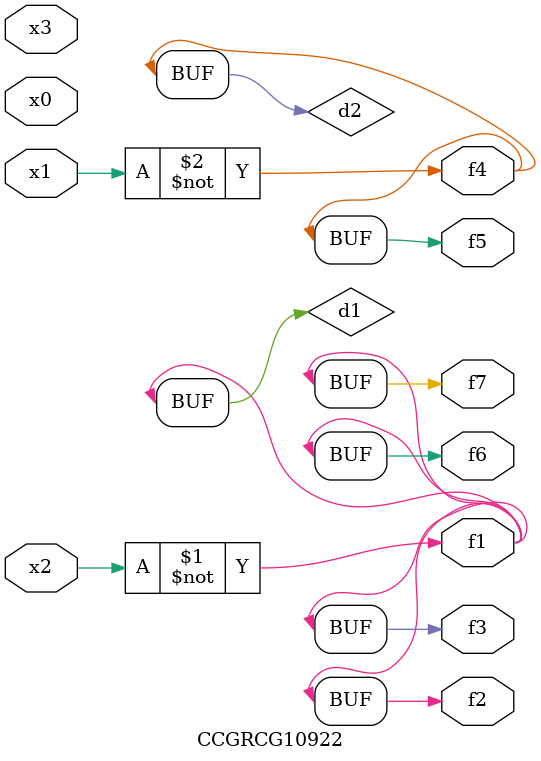
<source format=v>
module CCGRCG10922(
	input x0, x1, x2, x3,
	output f1, f2, f3, f4, f5, f6, f7
);

	wire d1, d2;

	xnor (d1, x2);
	not (d2, x1);
	assign f1 = d1;
	assign f2 = d1;
	assign f3 = d1;
	assign f4 = d2;
	assign f5 = d2;
	assign f6 = d1;
	assign f7 = d1;
endmodule

</source>
